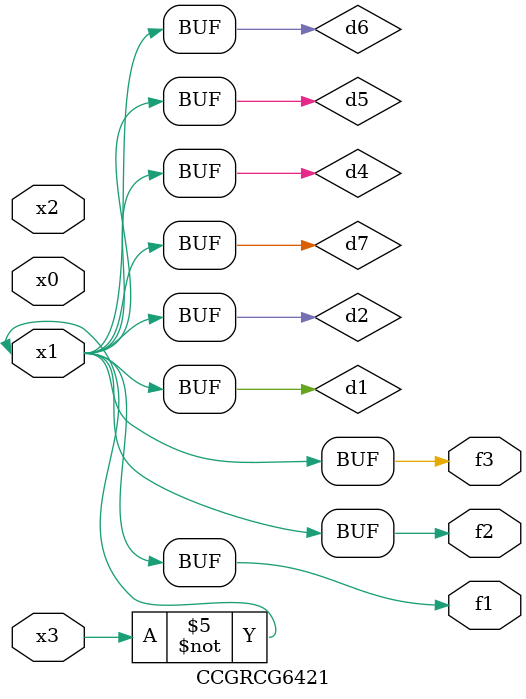
<source format=v>
module CCGRCG6421(
	input x0, x1, x2, x3,
	output f1, f2, f3
);

	wire d1, d2, d3, d4, d5, d6, d7;

	not (d1, x3);
	buf (d2, x1);
	xnor (d3, d1, d2);
	nor (d4, d1);
	buf (d5, d1, d2);
	buf (d6, d4, d5);
	nand (d7, d4);
	assign f1 = d6;
	assign f2 = d7;
	assign f3 = d6;
endmodule

</source>
